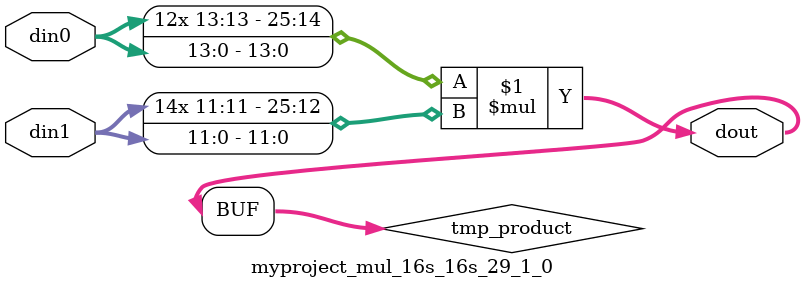
<source format=v>

`timescale 1 ns / 1 ps

  module myproject_mul_16s_16s_29_1_0(din0, din1, dout);
parameter ID = 1;
parameter NUM_STAGE = 0;
parameter din0_WIDTH = 14;
parameter din1_WIDTH = 12;
parameter dout_WIDTH = 26;

input [din0_WIDTH - 1 : 0] din0; 
input [din1_WIDTH - 1 : 0] din1; 
output [dout_WIDTH - 1 : 0] dout;

wire signed [dout_WIDTH - 1 : 0] tmp_product;













assign tmp_product = $signed(din0) * $signed(din1);








assign dout = tmp_product;







endmodule

</source>
